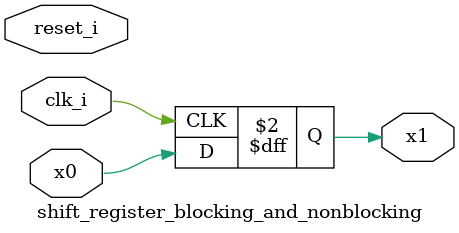
<source format=sv>

`timescale 1ns/1ps
`default_nettype none

module shift_register_blocking_and_nonblocking
    (
        input wire clk_i, reset_i,
        input wire x0,
        output logic x1
    );

    always_ff @(posedge clk_i) begin
        x1 <= x0;
    end

endmodule

</source>
